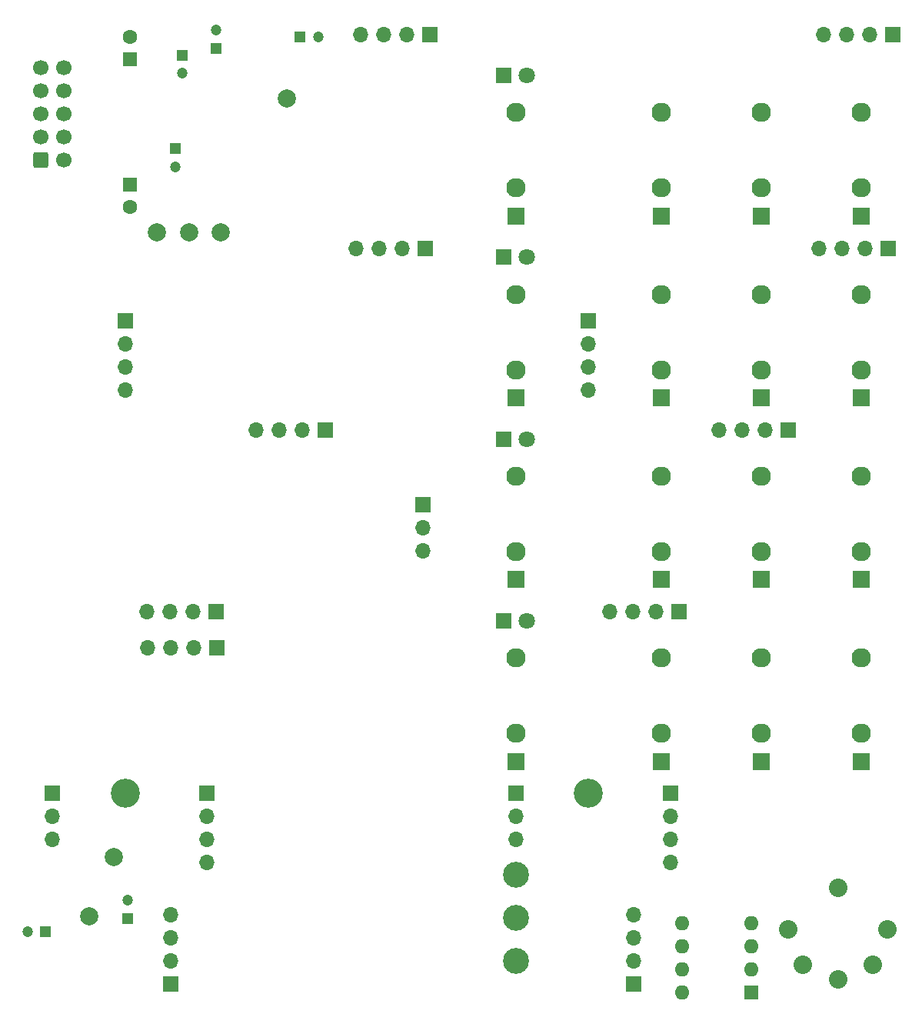
<source format=gts>
G04 #@! TF.GenerationSoftware,KiCad,Pcbnew,8.0.5*
G04 #@! TF.CreationDate,2024-11-24T11:12:49+01:00*
G04 #@! TF.ProjectId,midi-2-cv,6d696469-2d32-42d6-9376-2e6b69636164,rev?*
G04 #@! TF.SameCoordinates,Original*
G04 #@! TF.FileFunction,Soldermask,Top*
G04 #@! TF.FilePolarity,Negative*
%FSLAX46Y46*%
G04 Gerber Fmt 4.6, Leading zero omitted, Abs format (unit mm)*
G04 Created by KiCad (PCBNEW 8.0.5) date 2024-11-24 11:12:49*
%MOMM*%
%LPD*%
G01*
G04 APERTURE LIST*
G04 Aperture macros list*
%AMRoundRect*
0 Rectangle with rounded corners*
0 $1 Rounding radius*
0 $2 $3 $4 $5 $6 $7 $8 $9 X,Y pos of 4 corners*
0 Add a 4 corners polygon primitive as box body*
4,1,4,$2,$3,$4,$5,$6,$7,$8,$9,$2,$3,0*
0 Add four circle primitives for the rounded corners*
1,1,$1+$1,$2,$3*
1,1,$1+$1,$4,$5*
1,1,$1+$1,$6,$7*
1,1,$1+$1,$8,$9*
0 Add four rect primitives between the rounded corners*
20,1,$1+$1,$2,$3,$4,$5,0*
20,1,$1+$1,$4,$5,$6,$7,0*
20,1,$1+$1,$6,$7,$8,$9,0*
20,1,$1+$1,$8,$9,$2,$3,0*%
G04 Aperture macros list end*
%ADD10R,1.930000X1.830000*%
%ADD11C,2.130000*%
%ADD12R,1.700000X1.700000*%
%ADD13O,1.700000X1.700000*%
%ADD14R,1.800000X1.800000*%
%ADD15C,1.800000*%
%ADD16C,2.032000*%
%ADD17C,3.200000*%
%ADD18R,1.600000X1.600000*%
%ADD19O,1.600000X1.600000*%
%ADD20C,2.850000*%
%ADD21R,1.200000X1.200000*%
%ADD22C,1.200000*%
%ADD23C,2.000000*%
%ADD24C,1.600000*%
%ADD25RoundRect,0.250000X-0.600000X-0.600000X0.600000X-0.600000X0.600000X0.600000X-0.600000X0.600000X0*%
%ADD26C,1.700000*%
G04 APERTURE END LIST*
D10*
X133500000Y-92480000D03*
D11*
X133500000Y-81080000D03*
X133500000Y-89380000D03*
D10*
X144500000Y-112480000D03*
D11*
X144500000Y-101080000D03*
X144500000Y-109380000D03*
D10*
X106500000Y-72480000D03*
D11*
X106500000Y-61080000D03*
X106500000Y-69380000D03*
D10*
X144500000Y-92480000D03*
D11*
X144500000Y-81080000D03*
X144500000Y-89380000D03*
D12*
X55500000Y-136000000D03*
D13*
X55500000Y-138540000D03*
X55500000Y-141080000D03*
D10*
X133500000Y-112480000D03*
D11*
X133500000Y-101080000D03*
X133500000Y-109380000D03*
D10*
X122500000Y-72480000D03*
D11*
X122500000Y-61080000D03*
X122500000Y-69380000D03*
D12*
X73500000Y-116000000D03*
D13*
X70960000Y-116000000D03*
X68420000Y-116000000D03*
X65880000Y-116000000D03*
D10*
X122500000Y-132480000D03*
D11*
X122500000Y-121080000D03*
X122500000Y-129380000D03*
D14*
X105190000Y-57000000D03*
D15*
X107730000Y-57000000D03*
D10*
X106500000Y-92480000D03*
D11*
X106500000Y-81080000D03*
X106500000Y-89380000D03*
D10*
X122500000Y-112480000D03*
D11*
X122500000Y-101080000D03*
X122500000Y-109380000D03*
D10*
X133500000Y-132480000D03*
D11*
X133500000Y-121080000D03*
X133500000Y-129380000D03*
D14*
X105190000Y-77000000D03*
D15*
X107730000Y-77000000D03*
D12*
X63500000Y-84000000D03*
D13*
X63500000Y-86540000D03*
X63500000Y-89080000D03*
X63500000Y-91620000D03*
D16*
X136500000Y-151000000D03*
X138099489Y-154861511D03*
X141961000Y-156461000D03*
X145822511Y-154861511D03*
X147422000Y-151000000D03*
X141961000Y-146428000D03*
D10*
X106500000Y-112480000D03*
D11*
X106500000Y-101080000D03*
X106500000Y-109380000D03*
D10*
X144500000Y-72480000D03*
D11*
X144500000Y-61080000D03*
X144500000Y-69380000D03*
D10*
X106500000Y-132480000D03*
D11*
X106500000Y-121080000D03*
X106500000Y-129380000D03*
D14*
X105190000Y-97000000D03*
D15*
X107730000Y-97000000D03*
D10*
X122500000Y-92480000D03*
D11*
X122500000Y-81080000D03*
X122500000Y-89380000D03*
D17*
X114500000Y-136000000D03*
D10*
X133500000Y-72480000D03*
D11*
X133500000Y-61080000D03*
X133500000Y-69380000D03*
D18*
X132400000Y-157900000D03*
D19*
X132400000Y-155360000D03*
X132400000Y-152820000D03*
X132400000Y-150280000D03*
X124780000Y-150280000D03*
X124780000Y-152820000D03*
X124780000Y-155360000D03*
X124780000Y-157900000D03*
D12*
X72500000Y-136000000D03*
D13*
X72500000Y-138540000D03*
X72500000Y-141080000D03*
X72500000Y-143620000D03*
D12*
X85500000Y-96000000D03*
D13*
X82960000Y-96000000D03*
X80420000Y-96000000D03*
X77880000Y-96000000D03*
D10*
X144500000Y-132480000D03*
D11*
X144500000Y-121080000D03*
X144500000Y-129380000D03*
D17*
X63500000Y-136000000D03*
D20*
X106500000Y-154400000D03*
X106500000Y-149700000D03*
X106500000Y-145000000D03*
D14*
X105190000Y-117000000D03*
D15*
X107730000Y-117000000D03*
D12*
X68500000Y-157000000D03*
D13*
X68500000Y-154460000D03*
X68500000Y-151920000D03*
X68500000Y-149380000D03*
D12*
X96500000Y-76000000D03*
D13*
X93960000Y-76000000D03*
X91420000Y-76000000D03*
X88880000Y-76000000D03*
D12*
X97000000Y-52500000D03*
D13*
X94460000Y-52500000D03*
X91920000Y-52500000D03*
X89380000Y-52500000D03*
D21*
X63750000Y-149750000D03*
D22*
X63750000Y-147750000D03*
D12*
X124500000Y-116000000D03*
D13*
X121960000Y-116000000D03*
X119420000Y-116000000D03*
X116880000Y-116000000D03*
D21*
X82750000Y-52750000D03*
D22*
X84750000Y-52750000D03*
D23*
X74000000Y-74250000D03*
X59500000Y-149500000D03*
D18*
X64000000Y-69000000D03*
D24*
X64000000Y-71500000D03*
D21*
X54722600Y-151250000D03*
D22*
X52722600Y-151250000D03*
D23*
X67000000Y-74250000D03*
X62250000Y-143000000D03*
D12*
X73550000Y-120000000D03*
D13*
X71010000Y-120000000D03*
X68470000Y-120000000D03*
X65930000Y-120000000D03*
D25*
X54210000Y-66330000D03*
D26*
X56750000Y-66330000D03*
X54210000Y-63790000D03*
X56750000Y-63790000D03*
X54210000Y-61250000D03*
X56750000Y-61250000D03*
X54210000Y-58710000D03*
X56750000Y-58710000D03*
X54210000Y-56170000D03*
X56750000Y-56170000D03*
D12*
X119500000Y-157000000D03*
D13*
X119500000Y-154460000D03*
X119500000Y-151920000D03*
X119500000Y-149380000D03*
D23*
X81250000Y-59500000D03*
D18*
X64000000Y-55250000D03*
D24*
X64000000Y-52750000D03*
D12*
X123500000Y-136000000D03*
D13*
X123500000Y-138540000D03*
X123500000Y-141080000D03*
X123500000Y-143620000D03*
D21*
X73500000Y-54000000D03*
D22*
X73500000Y-52000000D03*
D12*
X148000000Y-52500000D03*
D13*
X145460000Y-52500000D03*
X142920000Y-52500000D03*
X140380000Y-52500000D03*
D12*
X114500000Y-84000000D03*
D13*
X114500000Y-86540000D03*
X114500000Y-89080000D03*
X114500000Y-91620000D03*
D21*
X69750000Y-54777401D03*
D22*
X69750000Y-56777401D03*
D21*
X69000000Y-65027401D03*
D22*
X69000000Y-67027401D03*
D12*
X147500000Y-76000000D03*
D13*
X144960000Y-76000000D03*
X142420000Y-76000000D03*
X139880000Y-76000000D03*
D12*
X136500000Y-96000000D03*
D13*
X133960000Y-96000000D03*
X131420000Y-96000000D03*
X128880000Y-96000000D03*
D12*
X96250000Y-104250000D03*
D13*
X96250000Y-106790000D03*
X96250000Y-109330000D03*
D12*
X106500000Y-136000000D03*
D13*
X106500000Y-138540000D03*
X106500000Y-141080000D03*
D23*
X70500000Y-74250000D03*
M02*

</source>
